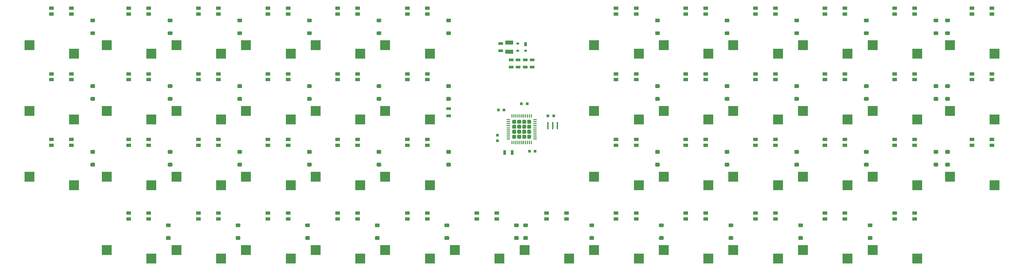
<source format=gbr>
%TF.GenerationSoftware,KiCad,Pcbnew,(5.1.10)-1*%
%TF.CreationDate,2022-05-07T17:57:56+07:00*%
%TF.ProjectId,Onsen48,4f6e7365-6e34-4382-9e6b-696361645f70,rev?*%
%TF.SameCoordinates,Original*%
%TF.FileFunction,Paste,Bot*%
%TF.FilePolarity,Positive*%
%FSLAX46Y46*%
G04 Gerber Fmt 4.6, Leading zero omitted, Abs format (unit mm)*
G04 Created by KiCad (PCBNEW (5.1.10)-1) date 2022-05-07 17:57:56*
%MOMM*%
%LPD*%
G01*
G04 APERTURE LIST*
%ADD10R,1.300000X0.700000*%
%ADD11R,0.400000X1.900000*%
%ADD12R,0.700000X1.000000*%
%ADD13R,0.700000X0.600000*%
%ADD14R,0.700000X1.300000*%
%ADD15R,2.030000X1.140000*%
%ADD16R,0.800000X0.750000*%
%ADD17R,0.750000X0.800000*%
%ADD18R,1.190000X0.900000*%
%ADD19R,2.600000X2.600000*%
G04 APERTURE END LIST*
D10*
%TO.C,R7*%
X130100000Y-69050000D03*
X130100000Y-67150000D03*
%TD*%
D11*
%TO.C,Y1*%
X155800000Y-71600000D03*
X157000000Y-71600000D03*
X158200000Y-71600000D03*
%TD*%
%TO.C,U2*%
G36*
G01*
X150665000Y-73915000D02*
X151205000Y-73915000D01*
G75*
G02*
X151455000Y-74165000I0J-250000D01*
G01*
X151455000Y-74705000D01*
G75*
G02*
X151205000Y-74955000I-250000J0D01*
G01*
X150665000Y-74955000D01*
G75*
G02*
X150415000Y-74705000I0J250000D01*
G01*
X150415000Y-74165000D01*
G75*
G02*
X150665000Y-73915000I250000J0D01*
G01*
G37*
G36*
G01*
X149375000Y-73915000D02*
X149915000Y-73915000D01*
G75*
G02*
X150165000Y-74165000I0J-250000D01*
G01*
X150165000Y-74705000D01*
G75*
G02*
X149915000Y-74955000I-250000J0D01*
G01*
X149375000Y-74955000D01*
G75*
G02*
X149125000Y-74705000I0J250000D01*
G01*
X149125000Y-74165000D01*
G75*
G02*
X149375000Y-73915000I250000J0D01*
G01*
G37*
G36*
G01*
X148085000Y-73915000D02*
X148625000Y-73915000D01*
G75*
G02*
X148875000Y-74165000I0J-250000D01*
G01*
X148875000Y-74705000D01*
G75*
G02*
X148625000Y-74955000I-250000J0D01*
G01*
X148085000Y-74955000D01*
G75*
G02*
X147835000Y-74705000I0J250000D01*
G01*
X147835000Y-74165000D01*
G75*
G02*
X148085000Y-73915000I250000J0D01*
G01*
G37*
G36*
G01*
X146795000Y-73915000D02*
X147335000Y-73915000D01*
G75*
G02*
X147585000Y-74165000I0J-250000D01*
G01*
X147585000Y-74705000D01*
G75*
G02*
X147335000Y-74955000I-250000J0D01*
G01*
X146795000Y-74955000D01*
G75*
G02*
X146545000Y-74705000I0J250000D01*
G01*
X146545000Y-74165000D01*
G75*
G02*
X146795000Y-73915000I250000J0D01*
G01*
G37*
G36*
G01*
X150665000Y-72625000D02*
X151205000Y-72625000D01*
G75*
G02*
X151455000Y-72875000I0J-250000D01*
G01*
X151455000Y-73415000D01*
G75*
G02*
X151205000Y-73665000I-250000J0D01*
G01*
X150665000Y-73665000D01*
G75*
G02*
X150415000Y-73415000I0J250000D01*
G01*
X150415000Y-72875000D01*
G75*
G02*
X150665000Y-72625000I250000J0D01*
G01*
G37*
G36*
G01*
X149375000Y-72625000D02*
X149915000Y-72625000D01*
G75*
G02*
X150165000Y-72875000I0J-250000D01*
G01*
X150165000Y-73415000D01*
G75*
G02*
X149915000Y-73665000I-250000J0D01*
G01*
X149375000Y-73665000D01*
G75*
G02*
X149125000Y-73415000I0J250000D01*
G01*
X149125000Y-72875000D01*
G75*
G02*
X149375000Y-72625000I250000J0D01*
G01*
G37*
G36*
G01*
X148085000Y-72625000D02*
X148625000Y-72625000D01*
G75*
G02*
X148875000Y-72875000I0J-250000D01*
G01*
X148875000Y-73415000D01*
G75*
G02*
X148625000Y-73665000I-250000J0D01*
G01*
X148085000Y-73665000D01*
G75*
G02*
X147835000Y-73415000I0J250000D01*
G01*
X147835000Y-72875000D01*
G75*
G02*
X148085000Y-72625000I250000J0D01*
G01*
G37*
G36*
G01*
X146795000Y-72625000D02*
X147335000Y-72625000D01*
G75*
G02*
X147585000Y-72875000I0J-250000D01*
G01*
X147585000Y-73415000D01*
G75*
G02*
X147335000Y-73665000I-250000J0D01*
G01*
X146795000Y-73665000D01*
G75*
G02*
X146545000Y-73415000I0J250000D01*
G01*
X146545000Y-72875000D01*
G75*
G02*
X146795000Y-72625000I250000J0D01*
G01*
G37*
G36*
G01*
X150665000Y-71335000D02*
X151205000Y-71335000D01*
G75*
G02*
X151455000Y-71585000I0J-250000D01*
G01*
X151455000Y-72125000D01*
G75*
G02*
X151205000Y-72375000I-250000J0D01*
G01*
X150665000Y-72375000D01*
G75*
G02*
X150415000Y-72125000I0J250000D01*
G01*
X150415000Y-71585000D01*
G75*
G02*
X150665000Y-71335000I250000J0D01*
G01*
G37*
G36*
G01*
X149375000Y-71335000D02*
X149915000Y-71335000D01*
G75*
G02*
X150165000Y-71585000I0J-250000D01*
G01*
X150165000Y-72125000D01*
G75*
G02*
X149915000Y-72375000I-250000J0D01*
G01*
X149375000Y-72375000D01*
G75*
G02*
X149125000Y-72125000I0J250000D01*
G01*
X149125000Y-71585000D01*
G75*
G02*
X149375000Y-71335000I250000J0D01*
G01*
G37*
G36*
G01*
X148085000Y-71335000D02*
X148625000Y-71335000D01*
G75*
G02*
X148875000Y-71585000I0J-250000D01*
G01*
X148875000Y-72125000D01*
G75*
G02*
X148625000Y-72375000I-250000J0D01*
G01*
X148085000Y-72375000D01*
G75*
G02*
X147835000Y-72125000I0J250000D01*
G01*
X147835000Y-71585000D01*
G75*
G02*
X148085000Y-71335000I250000J0D01*
G01*
G37*
G36*
G01*
X146795000Y-71335000D02*
X147335000Y-71335000D01*
G75*
G02*
X147585000Y-71585000I0J-250000D01*
G01*
X147585000Y-72125000D01*
G75*
G02*
X147335000Y-72375000I-250000J0D01*
G01*
X146795000Y-72375000D01*
G75*
G02*
X146545000Y-72125000I0J250000D01*
G01*
X146545000Y-71585000D01*
G75*
G02*
X146795000Y-71335000I250000J0D01*
G01*
G37*
G36*
G01*
X150665000Y-70045000D02*
X151205000Y-70045000D01*
G75*
G02*
X151455000Y-70295000I0J-250000D01*
G01*
X151455000Y-70835000D01*
G75*
G02*
X151205000Y-71085000I-250000J0D01*
G01*
X150665000Y-71085000D01*
G75*
G02*
X150415000Y-70835000I0J250000D01*
G01*
X150415000Y-70295000D01*
G75*
G02*
X150665000Y-70045000I250000J0D01*
G01*
G37*
G36*
G01*
X149375000Y-70045000D02*
X149915000Y-70045000D01*
G75*
G02*
X150165000Y-70295000I0J-250000D01*
G01*
X150165000Y-70835000D01*
G75*
G02*
X149915000Y-71085000I-250000J0D01*
G01*
X149375000Y-71085000D01*
G75*
G02*
X149125000Y-70835000I0J250000D01*
G01*
X149125000Y-70295000D01*
G75*
G02*
X149375000Y-70045000I250000J0D01*
G01*
G37*
G36*
G01*
X148085000Y-70045000D02*
X148625000Y-70045000D01*
G75*
G02*
X148875000Y-70295000I0J-250000D01*
G01*
X148875000Y-70835000D01*
G75*
G02*
X148625000Y-71085000I-250000J0D01*
G01*
X148085000Y-71085000D01*
G75*
G02*
X147835000Y-70835000I0J250000D01*
G01*
X147835000Y-70295000D01*
G75*
G02*
X148085000Y-70045000I250000J0D01*
G01*
G37*
G36*
G01*
X146795000Y-70045000D02*
X147335000Y-70045000D01*
G75*
G02*
X147585000Y-70295000I0J-250000D01*
G01*
X147585000Y-70835000D01*
G75*
G02*
X147335000Y-71085000I-250000J0D01*
G01*
X146795000Y-71085000D01*
G75*
G02*
X146545000Y-70835000I0J250000D01*
G01*
X146545000Y-70295000D01*
G75*
G02*
X146795000Y-70045000I250000J0D01*
G01*
G37*
G36*
G01*
X145187500Y-69875000D02*
X145937500Y-69875000D01*
G75*
G02*
X146000000Y-69937500I0J-62500D01*
G01*
X146000000Y-70062500D01*
G75*
G02*
X145937500Y-70125000I-62500J0D01*
G01*
X145187500Y-70125000D01*
G75*
G02*
X145125000Y-70062500I0J62500D01*
G01*
X145125000Y-69937500D01*
G75*
G02*
X145187500Y-69875000I62500J0D01*
G01*
G37*
G36*
G01*
X145187500Y-70375000D02*
X145937500Y-70375000D01*
G75*
G02*
X146000000Y-70437500I0J-62500D01*
G01*
X146000000Y-70562500D01*
G75*
G02*
X145937500Y-70625000I-62500J0D01*
G01*
X145187500Y-70625000D01*
G75*
G02*
X145125000Y-70562500I0J62500D01*
G01*
X145125000Y-70437500D01*
G75*
G02*
X145187500Y-70375000I62500J0D01*
G01*
G37*
G36*
G01*
X145187500Y-70875000D02*
X145937500Y-70875000D01*
G75*
G02*
X146000000Y-70937500I0J-62500D01*
G01*
X146000000Y-71062500D01*
G75*
G02*
X145937500Y-71125000I-62500J0D01*
G01*
X145187500Y-71125000D01*
G75*
G02*
X145125000Y-71062500I0J62500D01*
G01*
X145125000Y-70937500D01*
G75*
G02*
X145187500Y-70875000I62500J0D01*
G01*
G37*
G36*
G01*
X145187500Y-71375000D02*
X145937500Y-71375000D01*
G75*
G02*
X146000000Y-71437500I0J-62500D01*
G01*
X146000000Y-71562500D01*
G75*
G02*
X145937500Y-71625000I-62500J0D01*
G01*
X145187500Y-71625000D01*
G75*
G02*
X145125000Y-71562500I0J62500D01*
G01*
X145125000Y-71437500D01*
G75*
G02*
X145187500Y-71375000I62500J0D01*
G01*
G37*
G36*
G01*
X145187500Y-71875000D02*
X145937500Y-71875000D01*
G75*
G02*
X146000000Y-71937500I0J-62500D01*
G01*
X146000000Y-72062500D01*
G75*
G02*
X145937500Y-72125000I-62500J0D01*
G01*
X145187500Y-72125000D01*
G75*
G02*
X145125000Y-72062500I0J62500D01*
G01*
X145125000Y-71937500D01*
G75*
G02*
X145187500Y-71875000I62500J0D01*
G01*
G37*
G36*
G01*
X145187500Y-72375000D02*
X145937500Y-72375000D01*
G75*
G02*
X146000000Y-72437500I0J-62500D01*
G01*
X146000000Y-72562500D01*
G75*
G02*
X145937500Y-72625000I-62500J0D01*
G01*
X145187500Y-72625000D01*
G75*
G02*
X145125000Y-72562500I0J62500D01*
G01*
X145125000Y-72437500D01*
G75*
G02*
X145187500Y-72375000I62500J0D01*
G01*
G37*
G36*
G01*
X145187500Y-72875000D02*
X145937500Y-72875000D01*
G75*
G02*
X146000000Y-72937500I0J-62500D01*
G01*
X146000000Y-73062500D01*
G75*
G02*
X145937500Y-73125000I-62500J0D01*
G01*
X145187500Y-73125000D01*
G75*
G02*
X145125000Y-73062500I0J62500D01*
G01*
X145125000Y-72937500D01*
G75*
G02*
X145187500Y-72875000I62500J0D01*
G01*
G37*
G36*
G01*
X145187500Y-73375000D02*
X145937500Y-73375000D01*
G75*
G02*
X146000000Y-73437500I0J-62500D01*
G01*
X146000000Y-73562500D01*
G75*
G02*
X145937500Y-73625000I-62500J0D01*
G01*
X145187500Y-73625000D01*
G75*
G02*
X145125000Y-73562500I0J62500D01*
G01*
X145125000Y-73437500D01*
G75*
G02*
X145187500Y-73375000I62500J0D01*
G01*
G37*
G36*
G01*
X145187500Y-73875000D02*
X145937500Y-73875000D01*
G75*
G02*
X146000000Y-73937500I0J-62500D01*
G01*
X146000000Y-74062500D01*
G75*
G02*
X145937500Y-74125000I-62500J0D01*
G01*
X145187500Y-74125000D01*
G75*
G02*
X145125000Y-74062500I0J62500D01*
G01*
X145125000Y-73937500D01*
G75*
G02*
X145187500Y-73875000I62500J0D01*
G01*
G37*
G36*
G01*
X145187500Y-74375000D02*
X145937500Y-74375000D01*
G75*
G02*
X146000000Y-74437500I0J-62500D01*
G01*
X146000000Y-74562500D01*
G75*
G02*
X145937500Y-74625000I-62500J0D01*
G01*
X145187500Y-74625000D01*
G75*
G02*
X145125000Y-74562500I0J62500D01*
G01*
X145125000Y-74437500D01*
G75*
G02*
X145187500Y-74375000I62500J0D01*
G01*
G37*
G36*
G01*
X145187500Y-74875000D02*
X145937500Y-74875000D01*
G75*
G02*
X146000000Y-74937500I0J-62500D01*
G01*
X146000000Y-75062500D01*
G75*
G02*
X145937500Y-75125000I-62500J0D01*
G01*
X145187500Y-75125000D01*
G75*
G02*
X145125000Y-75062500I0J62500D01*
G01*
X145125000Y-74937500D01*
G75*
G02*
X145187500Y-74875000I62500J0D01*
G01*
G37*
G36*
G01*
X146437500Y-75500000D02*
X146562500Y-75500000D01*
G75*
G02*
X146625000Y-75562500I0J-62500D01*
G01*
X146625000Y-76312500D01*
G75*
G02*
X146562500Y-76375000I-62500J0D01*
G01*
X146437500Y-76375000D01*
G75*
G02*
X146375000Y-76312500I0J62500D01*
G01*
X146375000Y-75562500D01*
G75*
G02*
X146437500Y-75500000I62500J0D01*
G01*
G37*
G36*
G01*
X146937500Y-75500000D02*
X147062500Y-75500000D01*
G75*
G02*
X147125000Y-75562500I0J-62500D01*
G01*
X147125000Y-76312500D01*
G75*
G02*
X147062500Y-76375000I-62500J0D01*
G01*
X146937500Y-76375000D01*
G75*
G02*
X146875000Y-76312500I0J62500D01*
G01*
X146875000Y-75562500D01*
G75*
G02*
X146937500Y-75500000I62500J0D01*
G01*
G37*
G36*
G01*
X147437500Y-75500000D02*
X147562500Y-75500000D01*
G75*
G02*
X147625000Y-75562500I0J-62500D01*
G01*
X147625000Y-76312500D01*
G75*
G02*
X147562500Y-76375000I-62500J0D01*
G01*
X147437500Y-76375000D01*
G75*
G02*
X147375000Y-76312500I0J62500D01*
G01*
X147375000Y-75562500D01*
G75*
G02*
X147437500Y-75500000I62500J0D01*
G01*
G37*
G36*
G01*
X147937500Y-75500000D02*
X148062500Y-75500000D01*
G75*
G02*
X148125000Y-75562500I0J-62500D01*
G01*
X148125000Y-76312500D01*
G75*
G02*
X148062500Y-76375000I-62500J0D01*
G01*
X147937500Y-76375000D01*
G75*
G02*
X147875000Y-76312500I0J62500D01*
G01*
X147875000Y-75562500D01*
G75*
G02*
X147937500Y-75500000I62500J0D01*
G01*
G37*
G36*
G01*
X148437500Y-75500000D02*
X148562500Y-75500000D01*
G75*
G02*
X148625000Y-75562500I0J-62500D01*
G01*
X148625000Y-76312500D01*
G75*
G02*
X148562500Y-76375000I-62500J0D01*
G01*
X148437500Y-76375000D01*
G75*
G02*
X148375000Y-76312500I0J62500D01*
G01*
X148375000Y-75562500D01*
G75*
G02*
X148437500Y-75500000I62500J0D01*
G01*
G37*
G36*
G01*
X148937500Y-75500000D02*
X149062500Y-75500000D01*
G75*
G02*
X149125000Y-75562500I0J-62500D01*
G01*
X149125000Y-76312500D01*
G75*
G02*
X149062500Y-76375000I-62500J0D01*
G01*
X148937500Y-76375000D01*
G75*
G02*
X148875000Y-76312500I0J62500D01*
G01*
X148875000Y-75562500D01*
G75*
G02*
X148937500Y-75500000I62500J0D01*
G01*
G37*
G36*
G01*
X149437500Y-75500000D02*
X149562500Y-75500000D01*
G75*
G02*
X149625000Y-75562500I0J-62500D01*
G01*
X149625000Y-76312500D01*
G75*
G02*
X149562500Y-76375000I-62500J0D01*
G01*
X149437500Y-76375000D01*
G75*
G02*
X149375000Y-76312500I0J62500D01*
G01*
X149375000Y-75562500D01*
G75*
G02*
X149437500Y-75500000I62500J0D01*
G01*
G37*
G36*
G01*
X149937500Y-75500000D02*
X150062500Y-75500000D01*
G75*
G02*
X150125000Y-75562500I0J-62500D01*
G01*
X150125000Y-76312500D01*
G75*
G02*
X150062500Y-76375000I-62500J0D01*
G01*
X149937500Y-76375000D01*
G75*
G02*
X149875000Y-76312500I0J62500D01*
G01*
X149875000Y-75562500D01*
G75*
G02*
X149937500Y-75500000I62500J0D01*
G01*
G37*
G36*
G01*
X150437500Y-75500000D02*
X150562500Y-75500000D01*
G75*
G02*
X150625000Y-75562500I0J-62500D01*
G01*
X150625000Y-76312500D01*
G75*
G02*
X150562500Y-76375000I-62500J0D01*
G01*
X150437500Y-76375000D01*
G75*
G02*
X150375000Y-76312500I0J62500D01*
G01*
X150375000Y-75562500D01*
G75*
G02*
X150437500Y-75500000I62500J0D01*
G01*
G37*
G36*
G01*
X150937500Y-75500000D02*
X151062500Y-75500000D01*
G75*
G02*
X151125000Y-75562500I0J-62500D01*
G01*
X151125000Y-76312500D01*
G75*
G02*
X151062500Y-76375000I-62500J0D01*
G01*
X150937500Y-76375000D01*
G75*
G02*
X150875000Y-76312500I0J62500D01*
G01*
X150875000Y-75562500D01*
G75*
G02*
X150937500Y-75500000I62500J0D01*
G01*
G37*
G36*
G01*
X151437500Y-75500000D02*
X151562500Y-75500000D01*
G75*
G02*
X151625000Y-75562500I0J-62500D01*
G01*
X151625000Y-76312500D01*
G75*
G02*
X151562500Y-76375000I-62500J0D01*
G01*
X151437500Y-76375000D01*
G75*
G02*
X151375000Y-76312500I0J62500D01*
G01*
X151375000Y-75562500D01*
G75*
G02*
X151437500Y-75500000I62500J0D01*
G01*
G37*
G36*
G01*
X152062500Y-74875000D02*
X152812500Y-74875000D01*
G75*
G02*
X152875000Y-74937500I0J-62500D01*
G01*
X152875000Y-75062500D01*
G75*
G02*
X152812500Y-75125000I-62500J0D01*
G01*
X152062500Y-75125000D01*
G75*
G02*
X152000000Y-75062500I0J62500D01*
G01*
X152000000Y-74937500D01*
G75*
G02*
X152062500Y-74875000I62500J0D01*
G01*
G37*
G36*
G01*
X152062500Y-74375000D02*
X152812500Y-74375000D01*
G75*
G02*
X152875000Y-74437500I0J-62500D01*
G01*
X152875000Y-74562500D01*
G75*
G02*
X152812500Y-74625000I-62500J0D01*
G01*
X152062500Y-74625000D01*
G75*
G02*
X152000000Y-74562500I0J62500D01*
G01*
X152000000Y-74437500D01*
G75*
G02*
X152062500Y-74375000I62500J0D01*
G01*
G37*
G36*
G01*
X152062500Y-73875000D02*
X152812500Y-73875000D01*
G75*
G02*
X152875000Y-73937500I0J-62500D01*
G01*
X152875000Y-74062500D01*
G75*
G02*
X152812500Y-74125000I-62500J0D01*
G01*
X152062500Y-74125000D01*
G75*
G02*
X152000000Y-74062500I0J62500D01*
G01*
X152000000Y-73937500D01*
G75*
G02*
X152062500Y-73875000I62500J0D01*
G01*
G37*
G36*
G01*
X152062500Y-73375000D02*
X152812500Y-73375000D01*
G75*
G02*
X152875000Y-73437500I0J-62500D01*
G01*
X152875000Y-73562500D01*
G75*
G02*
X152812500Y-73625000I-62500J0D01*
G01*
X152062500Y-73625000D01*
G75*
G02*
X152000000Y-73562500I0J62500D01*
G01*
X152000000Y-73437500D01*
G75*
G02*
X152062500Y-73375000I62500J0D01*
G01*
G37*
G36*
G01*
X152062500Y-72875000D02*
X152812500Y-72875000D01*
G75*
G02*
X152875000Y-72937500I0J-62500D01*
G01*
X152875000Y-73062500D01*
G75*
G02*
X152812500Y-73125000I-62500J0D01*
G01*
X152062500Y-73125000D01*
G75*
G02*
X152000000Y-73062500I0J62500D01*
G01*
X152000000Y-72937500D01*
G75*
G02*
X152062500Y-72875000I62500J0D01*
G01*
G37*
G36*
G01*
X152062500Y-72375000D02*
X152812500Y-72375000D01*
G75*
G02*
X152875000Y-72437500I0J-62500D01*
G01*
X152875000Y-72562500D01*
G75*
G02*
X152812500Y-72625000I-62500J0D01*
G01*
X152062500Y-72625000D01*
G75*
G02*
X152000000Y-72562500I0J62500D01*
G01*
X152000000Y-72437500D01*
G75*
G02*
X152062500Y-72375000I62500J0D01*
G01*
G37*
G36*
G01*
X152062500Y-71875000D02*
X152812500Y-71875000D01*
G75*
G02*
X152875000Y-71937500I0J-62500D01*
G01*
X152875000Y-72062500D01*
G75*
G02*
X152812500Y-72125000I-62500J0D01*
G01*
X152062500Y-72125000D01*
G75*
G02*
X152000000Y-72062500I0J62500D01*
G01*
X152000000Y-71937500D01*
G75*
G02*
X152062500Y-71875000I62500J0D01*
G01*
G37*
G36*
G01*
X152062500Y-71375000D02*
X152812500Y-71375000D01*
G75*
G02*
X152875000Y-71437500I0J-62500D01*
G01*
X152875000Y-71562500D01*
G75*
G02*
X152812500Y-71625000I-62500J0D01*
G01*
X152062500Y-71625000D01*
G75*
G02*
X152000000Y-71562500I0J62500D01*
G01*
X152000000Y-71437500D01*
G75*
G02*
X152062500Y-71375000I62500J0D01*
G01*
G37*
G36*
G01*
X152062500Y-70875000D02*
X152812500Y-70875000D01*
G75*
G02*
X152875000Y-70937500I0J-62500D01*
G01*
X152875000Y-71062500D01*
G75*
G02*
X152812500Y-71125000I-62500J0D01*
G01*
X152062500Y-71125000D01*
G75*
G02*
X152000000Y-71062500I0J62500D01*
G01*
X152000000Y-70937500D01*
G75*
G02*
X152062500Y-70875000I62500J0D01*
G01*
G37*
G36*
G01*
X152062500Y-70375000D02*
X152812500Y-70375000D01*
G75*
G02*
X152875000Y-70437500I0J-62500D01*
G01*
X152875000Y-70562500D01*
G75*
G02*
X152812500Y-70625000I-62500J0D01*
G01*
X152062500Y-70625000D01*
G75*
G02*
X152000000Y-70562500I0J62500D01*
G01*
X152000000Y-70437500D01*
G75*
G02*
X152062500Y-70375000I62500J0D01*
G01*
G37*
G36*
G01*
X152062500Y-69875000D02*
X152812500Y-69875000D01*
G75*
G02*
X152875000Y-69937500I0J-62500D01*
G01*
X152875000Y-70062500D01*
G75*
G02*
X152812500Y-70125000I-62500J0D01*
G01*
X152062500Y-70125000D01*
G75*
G02*
X152000000Y-70062500I0J62500D01*
G01*
X152000000Y-69937500D01*
G75*
G02*
X152062500Y-69875000I62500J0D01*
G01*
G37*
G36*
G01*
X151437500Y-68625000D02*
X151562500Y-68625000D01*
G75*
G02*
X151625000Y-68687500I0J-62500D01*
G01*
X151625000Y-69437500D01*
G75*
G02*
X151562500Y-69500000I-62500J0D01*
G01*
X151437500Y-69500000D01*
G75*
G02*
X151375000Y-69437500I0J62500D01*
G01*
X151375000Y-68687500D01*
G75*
G02*
X151437500Y-68625000I62500J0D01*
G01*
G37*
G36*
G01*
X150937500Y-68625000D02*
X151062500Y-68625000D01*
G75*
G02*
X151125000Y-68687500I0J-62500D01*
G01*
X151125000Y-69437500D01*
G75*
G02*
X151062500Y-69500000I-62500J0D01*
G01*
X150937500Y-69500000D01*
G75*
G02*
X150875000Y-69437500I0J62500D01*
G01*
X150875000Y-68687500D01*
G75*
G02*
X150937500Y-68625000I62500J0D01*
G01*
G37*
G36*
G01*
X150437500Y-68625000D02*
X150562500Y-68625000D01*
G75*
G02*
X150625000Y-68687500I0J-62500D01*
G01*
X150625000Y-69437500D01*
G75*
G02*
X150562500Y-69500000I-62500J0D01*
G01*
X150437500Y-69500000D01*
G75*
G02*
X150375000Y-69437500I0J62500D01*
G01*
X150375000Y-68687500D01*
G75*
G02*
X150437500Y-68625000I62500J0D01*
G01*
G37*
G36*
G01*
X149937500Y-68625000D02*
X150062500Y-68625000D01*
G75*
G02*
X150125000Y-68687500I0J-62500D01*
G01*
X150125000Y-69437500D01*
G75*
G02*
X150062500Y-69500000I-62500J0D01*
G01*
X149937500Y-69500000D01*
G75*
G02*
X149875000Y-69437500I0J62500D01*
G01*
X149875000Y-68687500D01*
G75*
G02*
X149937500Y-68625000I62500J0D01*
G01*
G37*
G36*
G01*
X149437500Y-68625000D02*
X149562500Y-68625000D01*
G75*
G02*
X149625000Y-68687500I0J-62500D01*
G01*
X149625000Y-69437500D01*
G75*
G02*
X149562500Y-69500000I-62500J0D01*
G01*
X149437500Y-69500000D01*
G75*
G02*
X149375000Y-69437500I0J62500D01*
G01*
X149375000Y-68687500D01*
G75*
G02*
X149437500Y-68625000I62500J0D01*
G01*
G37*
G36*
G01*
X148937500Y-68625000D02*
X149062500Y-68625000D01*
G75*
G02*
X149125000Y-68687500I0J-62500D01*
G01*
X149125000Y-69437500D01*
G75*
G02*
X149062500Y-69500000I-62500J0D01*
G01*
X148937500Y-69500000D01*
G75*
G02*
X148875000Y-69437500I0J62500D01*
G01*
X148875000Y-68687500D01*
G75*
G02*
X148937500Y-68625000I62500J0D01*
G01*
G37*
G36*
G01*
X148437500Y-68625000D02*
X148562500Y-68625000D01*
G75*
G02*
X148625000Y-68687500I0J-62500D01*
G01*
X148625000Y-69437500D01*
G75*
G02*
X148562500Y-69500000I-62500J0D01*
G01*
X148437500Y-69500000D01*
G75*
G02*
X148375000Y-69437500I0J62500D01*
G01*
X148375000Y-68687500D01*
G75*
G02*
X148437500Y-68625000I62500J0D01*
G01*
G37*
G36*
G01*
X147937500Y-68625000D02*
X148062500Y-68625000D01*
G75*
G02*
X148125000Y-68687500I0J-62500D01*
G01*
X148125000Y-69437500D01*
G75*
G02*
X148062500Y-69500000I-62500J0D01*
G01*
X147937500Y-69500000D01*
G75*
G02*
X147875000Y-69437500I0J62500D01*
G01*
X147875000Y-68687500D01*
G75*
G02*
X147937500Y-68625000I62500J0D01*
G01*
G37*
G36*
G01*
X147437500Y-68625000D02*
X147562500Y-68625000D01*
G75*
G02*
X147625000Y-68687500I0J-62500D01*
G01*
X147625000Y-69437500D01*
G75*
G02*
X147562500Y-69500000I-62500J0D01*
G01*
X147437500Y-69500000D01*
G75*
G02*
X147375000Y-69437500I0J62500D01*
G01*
X147375000Y-68687500D01*
G75*
G02*
X147437500Y-68625000I62500J0D01*
G01*
G37*
G36*
G01*
X146937500Y-68625000D02*
X147062500Y-68625000D01*
G75*
G02*
X147125000Y-68687500I0J-62500D01*
G01*
X147125000Y-69437500D01*
G75*
G02*
X147062500Y-69500000I-62500J0D01*
G01*
X146937500Y-69500000D01*
G75*
G02*
X146875000Y-69437500I0J62500D01*
G01*
X146875000Y-68687500D01*
G75*
G02*
X146937500Y-68625000I62500J0D01*
G01*
G37*
G36*
G01*
X146437500Y-68625000D02*
X146562500Y-68625000D01*
G75*
G02*
X146625000Y-68687500I0J-62500D01*
G01*
X146625000Y-69437500D01*
G75*
G02*
X146562500Y-69500000I-62500J0D01*
G01*
X146437500Y-69500000D01*
G75*
G02*
X146375000Y-69437500I0J62500D01*
G01*
X146375000Y-68687500D01*
G75*
G02*
X146437500Y-68625000I62500J0D01*
G01*
G37*
%TD*%
D12*
%TO.C,U1*%
X150000000Y-50500000D03*
D13*
X148000000Y-50300000D03*
X150000000Y-52200000D03*
X148000000Y-52200000D03*
%TD*%
D14*
%TO.C,R6*%
X146500000Y-78550000D03*
X144600000Y-78550000D03*
%TD*%
D10*
%TO.C,R5*%
X143600000Y-50300000D03*
X143600000Y-52200000D03*
%TD*%
%TO.C,R4*%
X148100000Y-54550000D03*
X148100000Y-56450000D03*
%TD*%
%TO.C,R3*%
X149900000Y-54550000D03*
X149900000Y-56450000D03*
%TD*%
%TO.C,R2*%
X151700000Y-54550000D03*
X151700000Y-56450000D03*
%TD*%
%TO.C,R1*%
X146300000Y-54550000D03*
X146300000Y-56450000D03*
%TD*%
D15*
%TO.C,F1*%
X145810000Y-50050000D03*
X145810000Y-52450000D03*
%TD*%
D16*
%TO.C,C7*%
X155800000Y-69050000D03*
X157300000Y-69050000D03*
%TD*%
%TO.C,C6*%
X148950000Y-65900000D03*
X150450000Y-65900000D03*
%TD*%
D17*
%TO.C,C5*%
X142700000Y-75500000D03*
X142700000Y-74000000D03*
%TD*%
D16*
%TO.C,C4*%
X151000000Y-78200000D03*
X152500000Y-78200000D03*
%TD*%
%TO.C,C1*%
X144450000Y-67500000D03*
X142950000Y-67500000D03*
%TD*%
%TO.C,D27*%
G36*
G01*
X129750000Y-43850000D02*
X130450000Y-43850000D01*
G75*
G02*
X130700000Y-44100000I0J-250000D01*
G01*
X130700000Y-44600000D01*
G75*
G02*
X130450000Y-44850000I-250000J0D01*
G01*
X129750000Y-44850000D01*
G75*
G02*
X129500000Y-44600000I0J250000D01*
G01*
X129500000Y-44100000D01*
G75*
G02*
X129750000Y-43850000I250000J0D01*
G01*
G37*
G36*
G01*
X129750000Y-47150000D02*
X130450000Y-47150000D01*
G75*
G02*
X130700000Y-47400000I0J-250000D01*
G01*
X130700000Y-47900000D01*
G75*
G02*
X130450000Y-48150000I-250000J0D01*
G01*
X129750000Y-48150000D01*
G75*
G02*
X129500000Y-47900000I0J250000D01*
G01*
X129500000Y-47400000D01*
G75*
G02*
X129750000Y-47150000I250000J0D01*
G01*
G37*
%TD*%
D18*
%TO.C,RGB48*%
X270595000Y-41170000D03*
X265405000Y-42670000D03*
X265405000Y-41170000D03*
X270595000Y-42670000D03*
%TD*%
%TO.C,RGB47*%
X250595000Y-41170000D03*
X245405000Y-42670000D03*
X245405000Y-41170000D03*
X250595000Y-42670000D03*
%TD*%
%TO.C,RGB46*%
X232595000Y-41170000D03*
X227405000Y-42670000D03*
X227405000Y-41170000D03*
X232595000Y-42670000D03*
%TD*%
%TO.C,RGB45*%
X214595000Y-41170000D03*
X209405000Y-42670000D03*
X209405000Y-41170000D03*
X214595000Y-42670000D03*
%TD*%
%TO.C,RGB44*%
X196595000Y-41170000D03*
X191405000Y-42670000D03*
X191405000Y-41170000D03*
X196595000Y-42670000D03*
%TD*%
%TO.C,RGB43*%
X178595000Y-41170000D03*
X173405000Y-42670000D03*
X173405000Y-41170000D03*
X178595000Y-42670000D03*
%TD*%
%TO.C,RGB42*%
X270595000Y-59670000D03*
X265405000Y-58170000D03*
X265405000Y-59670000D03*
X270595000Y-58170000D03*
%TD*%
%TO.C,RGB41*%
X250595000Y-59670000D03*
X245405000Y-58170000D03*
X245405000Y-59670000D03*
X250595000Y-58170000D03*
%TD*%
%TO.C,RGB40*%
X232595000Y-59670000D03*
X227405000Y-58170000D03*
X227405000Y-59670000D03*
X232595000Y-58170000D03*
%TD*%
%TO.C,RGB39*%
X214595000Y-59670000D03*
X209405000Y-58170000D03*
X209405000Y-59670000D03*
X214595000Y-58170000D03*
%TD*%
%TO.C,RGB38*%
X196595000Y-59670000D03*
X191405000Y-58170000D03*
X191405000Y-59670000D03*
X196595000Y-58170000D03*
%TD*%
%TO.C,RGB37*%
X178595000Y-59670000D03*
X173405000Y-58170000D03*
X173405000Y-59670000D03*
X178595000Y-58170000D03*
%TD*%
%TO.C,RGB30*%
X52595000Y-95670000D03*
X47405000Y-94170000D03*
X47405000Y-95670000D03*
X52595000Y-94170000D03*
%TD*%
%TO.C,RGB29*%
X70595000Y-95670000D03*
X65405000Y-94170000D03*
X65405000Y-95670000D03*
X70595000Y-94170000D03*
%TD*%
%TO.C,RGB28*%
X88595000Y-95670000D03*
X83405000Y-94170000D03*
X83405000Y-95670000D03*
X88595000Y-94170000D03*
%TD*%
%TO.C,RGB27*%
X106595000Y-95670000D03*
X101405000Y-94170000D03*
X101405000Y-95670000D03*
X106595000Y-94170000D03*
%TD*%
%TO.C,RGB26*%
X124595000Y-95670000D03*
X119405000Y-94170000D03*
X119405000Y-95670000D03*
X124595000Y-94170000D03*
%TD*%
%TO.C,RGB25*%
X142595000Y-95670000D03*
X137405000Y-94170000D03*
X137405000Y-95670000D03*
X142595000Y-94170000D03*
%TD*%
%TO.C,RGB24*%
X160595000Y-95670000D03*
X155405000Y-94170000D03*
X155405000Y-95670000D03*
X160595000Y-94170000D03*
%TD*%
%TO.C,RGB22*%
X178595000Y-95670000D03*
X173405000Y-94170000D03*
X173405000Y-95670000D03*
X178595000Y-94170000D03*
%TD*%
%TO.C,RGB20*%
X196595000Y-95670000D03*
X191405000Y-94170000D03*
X191405000Y-95670000D03*
X196595000Y-94170000D03*
%TD*%
%TO.C,RGB18*%
X214595000Y-95670000D03*
X209405000Y-94170000D03*
X209405000Y-95670000D03*
X214595000Y-94170000D03*
%TD*%
%TO.C,RGB16*%
X232595000Y-95670000D03*
X227405000Y-94170000D03*
X227405000Y-95670000D03*
X232595000Y-94170000D03*
%TD*%
%TO.C,RGB14*%
X250595000Y-95670000D03*
X245405000Y-94170000D03*
X245405000Y-95670000D03*
X250595000Y-94170000D03*
%TD*%
%TO.C,RGB36*%
X270595000Y-75170000D03*
X265405000Y-76670000D03*
X265405000Y-75170000D03*
X270595000Y-76670000D03*
%TD*%
%TO.C,RGB35*%
X250595000Y-75170000D03*
X245405000Y-76670000D03*
X245405000Y-75170000D03*
X250595000Y-76670000D03*
%TD*%
%TO.C,RGB34*%
X232595000Y-75170000D03*
X227405000Y-76670000D03*
X227405000Y-75170000D03*
X232595000Y-76670000D03*
%TD*%
%TO.C,RGB33*%
X214595000Y-75170000D03*
X209405000Y-76670000D03*
X209405000Y-75170000D03*
X214595000Y-76670000D03*
%TD*%
%TO.C,RGB32*%
X196595000Y-75170000D03*
X191405000Y-76670000D03*
X191405000Y-75170000D03*
X196595000Y-76670000D03*
%TD*%
%TO.C,RGB31*%
X178595000Y-75170000D03*
X173405000Y-76670000D03*
X173405000Y-75170000D03*
X178595000Y-76670000D03*
%TD*%
%TO.C,RGB23*%
X124595000Y-76670000D03*
X119405000Y-75170000D03*
X119405000Y-76670000D03*
X124595000Y-75170000D03*
%TD*%
%TO.C,RGB21*%
X106595000Y-76670000D03*
X101405000Y-75170000D03*
X101405000Y-76670000D03*
X106595000Y-75170000D03*
%TD*%
%TO.C,RGB19*%
X88595000Y-76670000D03*
X83405000Y-75170000D03*
X83405000Y-76670000D03*
X88595000Y-75170000D03*
%TD*%
%TO.C,RGB17*%
X70595000Y-76670000D03*
X65405000Y-75170000D03*
X65405000Y-76670000D03*
X70595000Y-75170000D03*
%TD*%
%TO.C,RGB15*%
X52595000Y-76670000D03*
X47405000Y-75170000D03*
X47405000Y-76670000D03*
X52595000Y-75170000D03*
%TD*%
%TO.C,RGB13*%
X32595000Y-76670000D03*
X27405000Y-75170000D03*
X27405000Y-76670000D03*
X32595000Y-75170000D03*
%TD*%
%TO.C,RGB12*%
X32595000Y-41170000D03*
X27405000Y-42670000D03*
X27405000Y-41170000D03*
X32595000Y-42670000D03*
%TD*%
%TO.C,RGB11*%
X52595000Y-41170000D03*
X47405000Y-42670000D03*
X47405000Y-41170000D03*
X52595000Y-42670000D03*
%TD*%
%TO.C,RGB10*%
X70595000Y-41170000D03*
X65405000Y-42670000D03*
X65405000Y-41170000D03*
X70595000Y-42670000D03*
%TD*%
%TO.C,RGB9*%
X88595000Y-41170000D03*
X83405000Y-42670000D03*
X83405000Y-41170000D03*
X88595000Y-42670000D03*
%TD*%
%TO.C,RGB8*%
X106595000Y-41170000D03*
X101405000Y-42670000D03*
X101405000Y-41170000D03*
X106595000Y-42670000D03*
%TD*%
%TO.C,RGB7*%
X124595000Y-41170000D03*
X119405000Y-42670000D03*
X119405000Y-41170000D03*
X124595000Y-42670000D03*
%TD*%
%TO.C,RGB6*%
X124595000Y-59670000D03*
X119405000Y-58170000D03*
X119405000Y-59670000D03*
X124595000Y-58170000D03*
%TD*%
%TO.C,RGB5*%
X106595000Y-59670000D03*
X101405000Y-58170000D03*
X101405000Y-59670000D03*
X106595000Y-58170000D03*
%TD*%
%TO.C,RGB4*%
X88595000Y-59670000D03*
X83405000Y-58170000D03*
X83405000Y-59670000D03*
X88595000Y-58170000D03*
%TD*%
%TO.C,RGB3*%
X70595000Y-59670000D03*
X65405000Y-58170000D03*
X65405000Y-59670000D03*
X70595000Y-58170000D03*
%TD*%
%TO.C,RGB2*%
X52595000Y-59670000D03*
X47405000Y-58170000D03*
X47405000Y-59670000D03*
X52595000Y-58170000D03*
%TD*%
%TO.C,RGB1*%
X32595000Y-59670000D03*
X27405000Y-58170000D03*
X27405000Y-59670000D03*
X32595000Y-58170000D03*
%TD*%
%TO.C,D60*%
G36*
G01*
X238750000Y-96850000D02*
X239450000Y-96850000D01*
G75*
G02*
X239700000Y-97100000I0J-250000D01*
G01*
X239700000Y-97600000D01*
G75*
G02*
X239450000Y-97850000I-250000J0D01*
G01*
X238750000Y-97850000D01*
G75*
G02*
X238500000Y-97600000I0J250000D01*
G01*
X238500000Y-97100000D01*
G75*
G02*
X238750000Y-96850000I250000J0D01*
G01*
G37*
G36*
G01*
X238750000Y-100150000D02*
X239450000Y-100150000D01*
G75*
G02*
X239700000Y-100400000I0J-250000D01*
G01*
X239700000Y-100900000D01*
G75*
G02*
X239450000Y-101150000I-250000J0D01*
G01*
X238750000Y-101150000D01*
G75*
G02*
X238500000Y-100900000I0J250000D01*
G01*
X238500000Y-100400000D01*
G75*
G02*
X238750000Y-100150000I250000J0D01*
G01*
G37*
%TD*%
%TO.C,D59*%
G36*
G01*
X258750000Y-77850000D02*
X259450000Y-77850000D01*
G75*
G02*
X259700000Y-78100000I0J-250000D01*
G01*
X259700000Y-78600000D01*
G75*
G02*
X259450000Y-78850000I-250000J0D01*
G01*
X258750000Y-78850000D01*
G75*
G02*
X258500000Y-78600000I0J250000D01*
G01*
X258500000Y-78100000D01*
G75*
G02*
X258750000Y-77850000I250000J0D01*
G01*
G37*
G36*
G01*
X258750000Y-81150000D02*
X259450000Y-81150000D01*
G75*
G02*
X259700000Y-81400000I0J-250000D01*
G01*
X259700000Y-81900000D01*
G75*
G02*
X259450000Y-82150000I-250000J0D01*
G01*
X258750000Y-82150000D01*
G75*
G02*
X258500000Y-81900000I0J250000D01*
G01*
X258500000Y-81400000D01*
G75*
G02*
X258750000Y-81150000I250000J0D01*
G01*
G37*
%TD*%
%TO.C,D58*%
G36*
G01*
X258750000Y-60850000D02*
X259450000Y-60850000D01*
G75*
G02*
X259700000Y-61100000I0J-250000D01*
G01*
X259700000Y-61600000D01*
G75*
G02*
X259450000Y-61850000I-250000J0D01*
G01*
X258750000Y-61850000D01*
G75*
G02*
X258500000Y-61600000I0J250000D01*
G01*
X258500000Y-61100000D01*
G75*
G02*
X258750000Y-60850000I250000J0D01*
G01*
G37*
G36*
G01*
X258750000Y-64150000D02*
X259450000Y-64150000D01*
G75*
G02*
X259700000Y-64400000I0J-250000D01*
G01*
X259700000Y-64900000D01*
G75*
G02*
X259450000Y-65150000I-250000J0D01*
G01*
X258750000Y-65150000D01*
G75*
G02*
X258500000Y-64900000I0J250000D01*
G01*
X258500000Y-64400000D01*
G75*
G02*
X258750000Y-64150000I250000J0D01*
G01*
G37*
%TD*%
%TO.C,D57*%
G36*
G01*
X258750000Y-43850000D02*
X259450000Y-43850000D01*
G75*
G02*
X259700000Y-44100000I0J-250000D01*
G01*
X259700000Y-44600000D01*
G75*
G02*
X259450000Y-44850000I-250000J0D01*
G01*
X258750000Y-44850000D01*
G75*
G02*
X258500000Y-44600000I0J250000D01*
G01*
X258500000Y-44100000D01*
G75*
G02*
X258750000Y-43850000I250000J0D01*
G01*
G37*
G36*
G01*
X258750000Y-47150000D02*
X259450000Y-47150000D01*
G75*
G02*
X259700000Y-47400000I0J-250000D01*
G01*
X259700000Y-47900000D01*
G75*
G02*
X259450000Y-48150000I-250000J0D01*
G01*
X258750000Y-48150000D01*
G75*
G02*
X258500000Y-47900000I0J250000D01*
G01*
X258500000Y-47400000D01*
G75*
G02*
X258750000Y-47150000I250000J0D01*
G01*
G37*
%TD*%
%TO.C,D55*%
G36*
G01*
X220750000Y-96850000D02*
X221450000Y-96850000D01*
G75*
G02*
X221700000Y-97100000I0J-250000D01*
G01*
X221700000Y-97600000D01*
G75*
G02*
X221450000Y-97850000I-250000J0D01*
G01*
X220750000Y-97850000D01*
G75*
G02*
X220500000Y-97600000I0J250000D01*
G01*
X220500000Y-97100000D01*
G75*
G02*
X220750000Y-96850000I250000J0D01*
G01*
G37*
G36*
G01*
X220750000Y-100150000D02*
X221450000Y-100150000D01*
G75*
G02*
X221700000Y-100400000I0J-250000D01*
G01*
X221700000Y-100900000D01*
G75*
G02*
X221450000Y-101150000I-250000J0D01*
G01*
X220750000Y-101150000D01*
G75*
G02*
X220500000Y-100900000I0J250000D01*
G01*
X220500000Y-100400000D01*
G75*
G02*
X220750000Y-100150000I250000J0D01*
G01*
G37*
%TD*%
%TO.C,D54*%
G36*
G01*
X255750000Y-77850000D02*
X256450000Y-77850000D01*
G75*
G02*
X256700000Y-78100000I0J-250000D01*
G01*
X256700000Y-78600000D01*
G75*
G02*
X256450000Y-78850000I-250000J0D01*
G01*
X255750000Y-78850000D01*
G75*
G02*
X255500000Y-78600000I0J250000D01*
G01*
X255500000Y-78100000D01*
G75*
G02*
X255750000Y-77850000I250000J0D01*
G01*
G37*
G36*
G01*
X255750000Y-81150000D02*
X256450000Y-81150000D01*
G75*
G02*
X256700000Y-81400000I0J-250000D01*
G01*
X256700000Y-81900000D01*
G75*
G02*
X256450000Y-82150000I-250000J0D01*
G01*
X255750000Y-82150000D01*
G75*
G02*
X255500000Y-81900000I0J250000D01*
G01*
X255500000Y-81400000D01*
G75*
G02*
X255750000Y-81150000I250000J0D01*
G01*
G37*
%TD*%
%TO.C,D53*%
G36*
G01*
X255750000Y-60850000D02*
X256450000Y-60850000D01*
G75*
G02*
X256700000Y-61100000I0J-250000D01*
G01*
X256700000Y-61600000D01*
G75*
G02*
X256450000Y-61850000I-250000J0D01*
G01*
X255750000Y-61850000D01*
G75*
G02*
X255500000Y-61600000I0J250000D01*
G01*
X255500000Y-61100000D01*
G75*
G02*
X255750000Y-60850000I250000J0D01*
G01*
G37*
G36*
G01*
X255750000Y-64150000D02*
X256450000Y-64150000D01*
G75*
G02*
X256700000Y-64400000I0J-250000D01*
G01*
X256700000Y-64900000D01*
G75*
G02*
X256450000Y-65150000I-250000J0D01*
G01*
X255750000Y-65150000D01*
G75*
G02*
X255500000Y-64900000I0J250000D01*
G01*
X255500000Y-64400000D01*
G75*
G02*
X255750000Y-64150000I250000J0D01*
G01*
G37*
%TD*%
%TO.C,D52*%
G36*
G01*
X255750000Y-43850000D02*
X256450000Y-43850000D01*
G75*
G02*
X256700000Y-44100000I0J-250000D01*
G01*
X256700000Y-44600000D01*
G75*
G02*
X256450000Y-44850000I-250000J0D01*
G01*
X255750000Y-44850000D01*
G75*
G02*
X255500000Y-44600000I0J250000D01*
G01*
X255500000Y-44100000D01*
G75*
G02*
X255750000Y-43850000I250000J0D01*
G01*
G37*
G36*
G01*
X255750000Y-47150000D02*
X256450000Y-47150000D01*
G75*
G02*
X256700000Y-47400000I0J-250000D01*
G01*
X256700000Y-47900000D01*
G75*
G02*
X256450000Y-48150000I-250000J0D01*
G01*
X255750000Y-48150000D01*
G75*
G02*
X255500000Y-47900000I0J250000D01*
G01*
X255500000Y-47400000D01*
G75*
G02*
X255750000Y-47150000I250000J0D01*
G01*
G37*
%TD*%
%TO.C,D50*%
G36*
G01*
X202750000Y-96850000D02*
X203450000Y-96850000D01*
G75*
G02*
X203700000Y-97100000I0J-250000D01*
G01*
X203700000Y-97600000D01*
G75*
G02*
X203450000Y-97850000I-250000J0D01*
G01*
X202750000Y-97850000D01*
G75*
G02*
X202500000Y-97600000I0J250000D01*
G01*
X202500000Y-97100000D01*
G75*
G02*
X202750000Y-96850000I250000J0D01*
G01*
G37*
G36*
G01*
X202750000Y-100150000D02*
X203450000Y-100150000D01*
G75*
G02*
X203700000Y-100400000I0J-250000D01*
G01*
X203700000Y-100900000D01*
G75*
G02*
X203450000Y-101150000I-250000J0D01*
G01*
X202750000Y-101150000D01*
G75*
G02*
X202500000Y-100900000I0J250000D01*
G01*
X202500000Y-100400000D01*
G75*
G02*
X202750000Y-100150000I250000J0D01*
G01*
G37*
%TD*%
%TO.C,D49*%
G36*
G01*
X237750000Y-77850000D02*
X238450000Y-77850000D01*
G75*
G02*
X238700000Y-78100000I0J-250000D01*
G01*
X238700000Y-78600000D01*
G75*
G02*
X238450000Y-78850000I-250000J0D01*
G01*
X237750000Y-78850000D01*
G75*
G02*
X237500000Y-78600000I0J250000D01*
G01*
X237500000Y-78100000D01*
G75*
G02*
X237750000Y-77850000I250000J0D01*
G01*
G37*
G36*
G01*
X237750000Y-81150000D02*
X238450000Y-81150000D01*
G75*
G02*
X238700000Y-81400000I0J-250000D01*
G01*
X238700000Y-81900000D01*
G75*
G02*
X238450000Y-82150000I-250000J0D01*
G01*
X237750000Y-82150000D01*
G75*
G02*
X237500000Y-81900000I0J250000D01*
G01*
X237500000Y-81400000D01*
G75*
G02*
X237750000Y-81150000I250000J0D01*
G01*
G37*
%TD*%
%TO.C,D48*%
G36*
G01*
X237750000Y-60850000D02*
X238450000Y-60850000D01*
G75*
G02*
X238700000Y-61100000I0J-250000D01*
G01*
X238700000Y-61600000D01*
G75*
G02*
X238450000Y-61850000I-250000J0D01*
G01*
X237750000Y-61850000D01*
G75*
G02*
X237500000Y-61600000I0J250000D01*
G01*
X237500000Y-61100000D01*
G75*
G02*
X237750000Y-60850000I250000J0D01*
G01*
G37*
G36*
G01*
X237750000Y-64150000D02*
X238450000Y-64150000D01*
G75*
G02*
X238700000Y-64400000I0J-250000D01*
G01*
X238700000Y-64900000D01*
G75*
G02*
X238450000Y-65150000I-250000J0D01*
G01*
X237750000Y-65150000D01*
G75*
G02*
X237500000Y-64900000I0J250000D01*
G01*
X237500000Y-64400000D01*
G75*
G02*
X237750000Y-64150000I250000J0D01*
G01*
G37*
%TD*%
%TO.C,D47*%
G36*
G01*
X237750000Y-43850000D02*
X238450000Y-43850000D01*
G75*
G02*
X238700000Y-44100000I0J-250000D01*
G01*
X238700000Y-44600000D01*
G75*
G02*
X238450000Y-44850000I-250000J0D01*
G01*
X237750000Y-44850000D01*
G75*
G02*
X237500000Y-44600000I0J250000D01*
G01*
X237500000Y-44100000D01*
G75*
G02*
X237750000Y-43850000I250000J0D01*
G01*
G37*
G36*
G01*
X237750000Y-47150000D02*
X238450000Y-47150000D01*
G75*
G02*
X238700000Y-47400000I0J-250000D01*
G01*
X238700000Y-47900000D01*
G75*
G02*
X238450000Y-48150000I-250000J0D01*
G01*
X237750000Y-48150000D01*
G75*
G02*
X237500000Y-47900000I0J250000D01*
G01*
X237500000Y-47400000D01*
G75*
G02*
X237750000Y-47150000I250000J0D01*
G01*
G37*
%TD*%
%TO.C,D45*%
G36*
G01*
X184750000Y-96850000D02*
X185450000Y-96850000D01*
G75*
G02*
X185700000Y-97100000I0J-250000D01*
G01*
X185700000Y-97600000D01*
G75*
G02*
X185450000Y-97850000I-250000J0D01*
G01*
X184750000Y-97850000D01*
G75*
G02*
X184500000Y-97600000I0J250000D01*
G01*
X184500000Y-97100000D01*
G75*
G02*
X184750000Y-96850000I250000J0D01*
G01*
G37*
G36*
G01*
X184750000Y-100150000D02*
X185450000Y-100150000D01*
G75*
G02*
X185700000Y-100400000I0J-250000D01*
G01*
X185700000Y-100900000D01*
G75*
G02*
X185450000Y-101150000I-250000J0D01*
G01*
X184750000Y-101150000D01*
G75*
G02*
X184500000Y-100900000I0J250000D01*
G01*
X184500000Y-100400000D01*
G75*
G02*
X184750000Y-100150000I250000J0D01*
G01*
G37*
%TD*%
%TO.C,D44*%
G36*
G01*
X219750000Y-77850000D02*
X220450000Y-77850000D01*
G75*
G02*
X220700000Y-78100000I0J-250000D01*
G01*
X220700000Y-78600000D01*
G75*
G02*
X220450000Y-78850000I-250000J0D01*
G01*
X219750000Y-78850000D01*
G75*
G02*
X219500000Y-78600000I0J250000D01*
G01*
X219500000Y-78100000D01*
G75*
G02*
X219750000Y-77850000I250000J0D01*
G01*
G37*
G36*
G01*
X219750000Y-81150000D02*
X220450000Y-81150000D01*
G75*
G02*
X220700000Y-81400000I0J-250000D01*
G01*
X220700000Y-81900000D01*
G75*
G02*
X220450000Y-82150000I-250000J0D01*
G01*
X219750000Y-82150000D01*
G75*
G02*
X219500000Y-81900000I0J250000D01*
G01*
X219500000Y-81400000D01*
G75*
G02*
X219750000Y-81150000I250000J0D01*
G01*
G37*
%TD*%
%TO.C,D43*%
G36*
G01*
X219750000Y-60850000D02*
X220450000Y-60850000D01*
G75*
G02*
X220700000Y-61100000I0J-250000D01*
G01*
X220700000Y-61600000D01*
G75*
G02*
X220450000Y-61850000I-250000J0D01*
G01*
X219750000Y-61850000D01*
G75*
G02*
X219500000Y-61600000I0J250000D01*
G01*
X219500000Y-61100000D01*
G75*
G02*
X219750000Y-60850000I250000J0D01*
G01*
G37*
G36*
G01*
X219750000Y-64150000D02*
X220450000Y-64150000D01*
G75*
G02*
X220700000Y-64400000I0J-250000D01*
G01*
X220700000Y-64900000D01*
G75*
G02*
X220450000Y-65150000I-250000J0D01*
G01*
X219750000Y-65150000D01*
G75*
G02*
X219500000Y-64900000I0J250000D01*
G01*
X219500000Y-64400000D01*
G75*
G02*
X219750000Y-64150000I250000J0D01*
G01*
G37*
%TD*%
%TO.C,D42*%
G36*
G01*
X219750000Y-43850000D02*
X220450000Y-43850000D01*
G75*
G02*
X220700000Y-44100000I0J-250000D01*
G01*
X220700000Y-44600000D01*
G75*
G02*
X220450000Y-44850000I-250000J0D01*
G01*
X219750000Y-44850000D01*
G75*
G02*
X219500000Y-44600000I0J250000D01*
G01*
X219500000Y-44100000D01*
G75*
G02*
X219750000Y-43850000I250000J0D01*
G01*
G37*
G36*
G01*
X219750000Y-47150000D02*
X220450000Y-47150000D01*
G75*
G02*
X220700000Y-47400000I0J-250000D01*
G01*
X220700000Y-47900000D01*
G75*
G02*
X220450000Y-48150000I-250000J0D01*
G01*
X219750000Y-48150000D01*
G75*
G02*
X219500000Y-47900000I0J250000D01*
G01*
X219500000Y-47400000D01*
G75*
G02*
X219750000Y-47150000I250000J0D01*
G01*
G37*
%TD*%
%TO.C,D40*%
G36*
G01*
X166750000Y-96850000D02*
X167450000Y-96850000D01*
G75*
G02*
X167700000Y-97100000I0J-250000D01*
G01*
X167700000Y-97600000D01*
G75*
G02*
X167450000Y-97850000I-250000J0D01*
G01*
X166750000Y-97850000D01*
G75*
G02*
X166500000Y-97600000I0J250000D01*
G01*
X166500000Y-97100000D01*
G75*
G02*
X166750000Y-96850000I250000J0D01*
G01*
G37*
G36*
G01*
X166750000Y-100150000D02*
X167450000Y-100150000D01*
G75*
G02*
X167700000Y-100400000I0J-250000D01*
G01*
X167700000Y-100900000D01*
G75*
G02*
X167450000Y-101150000I-250000J0D01*
G01*
X166750000Y-101150000D01*
G75*
G02*
X166500000Y-100900000I0J250000D01*
G01*
X166500000Y-100400000D01*
G75*
G02*
X166750000Y-100150000I250000J0D01*
G01*
G37*
%TD*%
%TO.C,D39*%
G36*
G01*
X201750000Y-77850000D02*
X202450000Y-77850000D01*
G75*
G02*
X202700000Y-78100000I0J-250000D01*
G01*
X202700000Y-78600000D01*
G75*
G02*
X202450000Y-78850000I-250000J0D01*
G01*
X201750000Y-78850000D01*
G75*
G02*
X201500000Y-78600000I0J250000D01*
G01*
X201500000Y-78100000D01*
G75*
G02*
X201750000Y-77850000I250000J0D01*
G01*
G37*
G36*
G01*
X201750000Y-81150000D02*
X202450000Y-81150000D01*
G75*
G02*
X202700000Y-81400000I0J-250000D01*
G01*
X202700000Y-81900000D01*
G75*
G02*
X202450000Y-82150000I-250000J0D01*
G01*
X201750000Y-82150000D01*
G75*
G02*
X201500000Y-81900000I0J250000D01*
G01*
X201500000Y-81400000D01*
G75*
G02*
X201750000Y-81150000I250000J0D01*
G01*
G37*
%TD*%
%TO.C,D38*%
G36*
G01*
X201750000Y-60850000D02*
X202450000Y-60850000D01*
G75*
G02*
X202700000Y-61100000I0J-250000D01*
G01*
X202700000Y-61600000D01*
G75*
G02*
X202450000Y-61850000I-250000J0D01*
G01*
X201750000Y-61850000D01*
G75*
G02*
X201500000Y-61600000I0J250000D01*
G01*
X201500000Y-61100000D01*
G75*
G02*
X201750000Y-60850000I250000J0D01*
G01*
G37*
G36*
G01*
X201750000Y-64150000D02*
X202450000Y-64150000D01*
G75*
G02*
X202700000Y-64400000I0J-250000D01*
G01*
X202700000Y-64900000D01*
G75*
G02*
X202450000Y-65150000I-250000J0D01*
G01*
X201750000Y-65150000D01*
G75*
G02*
X201500000Y-64900000I0J250000D01*
G01*
X201500000Y-64400000D01*
G75*
G02*
X201750000Y-64150000I250000J0D01*
G01*
G37*
%TD*%
%TO.C,D37*%
G36*
G01*
X201750000Y-43850000D02*
X202450000Y-43850000D01*
G75*
G02*
X202700000Y-44100000I0J-250000D01*
G01*
X202700000Y-44600000D01*
G75*
G02*
X202450000Y-44850000I-250000J0D01*
G01*
X201750000Y-44850000D01*
G75*
G02*
X201500000Y-44600000I0J250000D01*
G01*
X201500000Y-44100000D01*
G75*
G02*
X201750000Y-43850000I250000J0D01*
G01*
G37*
G36*
G01*
X201750000Y-47150000D02*
X202450000Y-47150000D01*
G75*
G02*
X202700000Y-47400000I0J-250000D01*
G01*
X202700000Y-47900000D01*
G75*
G02*
X202450000Y-48150000I-250000J0D01*
G01*
X201750000Y-48150000D01*
G75*
G02*
X201500000Y-47900000I0J250000D01*
G01*
X201500000Y-47400000D01*
G75*
G02*
X201750000Y-47150000I250000J0D01*
G01*
G37*
%TD*%
%TO.C,D35*%
G36*
G01*
X149650000Y-96850000D02*
X150350000Y-96850000D01*
G75*
G02*
X150600000Y-97100000I0J-250000D01*
G01*
X150600000Y-97600000D01*
G75*
G02*
X150350000Y-97850000I-250000J0D01*
G01*
X149650000Y-97850000D01*
G75*
G02*
X149400000Y-97600000I0J250000D01*
G01*
X149400000Y-97100000D01*
G75*
G02*
X149650000Y-96850000I250000J0D01*
G01*
G37*
G36*
G01*
X149650000Y-100150000D02*
X150350000Y-100150000D01*
G75*
G02*
X150600000Y-100400000I0J-250000D01*
G01*
X150600000Y-100900000D01*
G75*
G02*
X150350000Y-101150000I-250000J0D01*
G01*
X149650000Y-101150000D01*
G75*
G02*
X149400000Y-100900000I0J250000D01*
G01*
X149400000Y-100400000D01*
G75*
G02*
X149650000Y-100150000I250000J0D01*
G01*
G37*
%TD*%
%TO.C,D34*%
G36*
G01*
X183750000Y-77850000D02*
X184450000Y-77850000D01*
G75*
G02*
X184700000Y-78100000I0J-250000D01*
G01*
X184700000Y-78600000D01*
G75*
G02*
X184450000Y-78850000I-250000J0D01*
G01*
X183750000Y-78850000D01*
G75*
G02*
X183500000Y-78600000I0J250000D01*
G01*
X183500000Y-78100000D01*
G75*
G02*
X183750000Y-77850000I250000J0D01*
G01*
G37*
G36*
G01*
X183750000Y-81150000D02*
X184450000Y-81150000D01*
G75*
G02*
X184700000Y-81400000I0J-250000D01*
G01*
X184700000Y-81900000D01*
G75*
G02*
X184450000Y-82150000I-250000J0D01*
G01*
X183750000Y-82150000D01*
G75*
G02*
X183500000Y-81900000I0J250000D01*
G01*
X183500000Y-81400000D01*
G75*
G02*
X183750000Y-81150000I250000J0D01*
G01*
G37*
%TD*%
%TO.C,D33*%
G36*
G01*
X183750000Y-60850000D02*
X184450000Y-60850000D01*
G75*
G02*
X184700000Y-61100000I0J-250000D01*
G01*
X184700000Y-61600000D01*
G75*
G02*
X184450000Y-61850000I-250000J0D01*
G01*
X183750000Y-61850000D01*
G75*
G02*
X183500000Y-61600000I0J250000D01*
G01*
X183500000Y-61100000D01*
G75*
G02*
X183750000Y-60850000I250000J0D01*
G01*
G37*
G36*
G01*
X183750000Y-64150000D02*
X184450000Y-64150000D01*
G75*
G02*
X184700000Y-64400000I0J-250000D01*
G01*
X184700000Y-64900000D01*
G75*
G02*
X184450000Y-65150000I-250000J0D01*
G01*
X183750000Y-65150000D01*
G75*
G02*
X183500000Y-64900000I0J250000D01*
G01*
X183500000Y-64400000D01*
G75*
G02*
X183750000Y-64150000I250000J0D01*
G01*
G37*
%TD*%
%TO.C,D32*%
G36*
G01*
X183750000Y-43850000D02*
X184450000Y-43850000D01*
G75*
G02*
X184700000Y-44100000I0J-250000D01*
G01*
X184700000Y-44600000D01*
G75*
G02*
X184450000Y-44850000I-250000J0D01*
G01*
X183750000Y-44850000D01*
G75*
G02*
X183500000Y-44600000I0J250000D01*
G01*
X183500000Y-44100000D01*
G75*
G02*
X183750000Y-43850000I250000J0D01*
G01*
G37*
G36*
G01*
X183750000Y-47150000D02*
X184450000Y-47150000D01*
G75*
G02*
X184700000Y-47400000I0J-250000D01*
G01*
X184700000Y-47900000D01*
G75*
G02*
X184450000Y-48150000I-250000J0D01*
G01*
X183750000Y-48150000D01*
G75*
G02*
X183500000Y-47900000I0J250000D01*
G01*
X183500000Y-47400000D01*
G75*
G02*
X183750000Y-47150000I250000J0D01*
G01*
G37*
%TD*%
%TO.C,D30*%
G36*
G01*
X147300000Y-96850000D02*
X148000000Y-96850000D01*
G75*
G02*
X148250000Y-97100000I0J-250000D01*
G01*
X148250000Y-97600000D01*
G75*
G02*
X148000000Y-97850000I-250000J0D01*
G01*
X147300000Y-97850000D01*
G75*
G02*
X147050000Y-97600000I0J250000D01*
G01*
X147050000Y-97100000D01*
G75*
G02*
X147300000Y-96850000I250000J0D01*
G01*
G37*
G36*
G01*
X147300000Y-100150000D02*
X148000000Y-100150000D01*
G75*
G02*
X148250000Y-100400000I0J-250000D01*
G01*
X148250000Y-100900000D01*
G75*
G02*
X148000000Y-101150000I-250000J0D01*
G01*
X147300000Y-101150000D01*
G75*
G02*
X147050000Y-100900000I0J250000D01*
G01*
X147050000Y-100400000D01*
G75*
G02*
X147300000Y-100150000I250000J0D01*
G01*
G37*
%TD*%
%TO.C,D29*%
G36*
G01*
X129750000Y-77850000D02*
X130450000Y-77850000D01*
G75*
G02*
X130700000Y-78100000I0J-250000D01*
G01*
X130700000Y-78600000D01*
G75*
G02*
X130450000Y-78850000I-250000J0D01*
G01*
X129750000Y-78850000D01*
G75*
G02*
X129500000Y-78600000I0J250000D01*
G01*
X129500000Y-78100000D01*
G75*
G02*
X129750000Y-77850000I250000J0D01*
G01*
G37*
G36*
G01*
X129750000Y-81150000D02*
X130450000Y-81150000D01*
G75*
G02*
X130700000Y-81400000I0J-250000D01*
G01*
X130700000Y-81900000D01*
G75*
G02*
X130450000Y-82150000I-250000J0D01*
G01*
X129750000Y-82150000D01*
G75*
G02*
X129500000Y-81900000I0J250000D01*
G01*
X129500000Y-81400000D01*
G75*
G02*
X129750000Y-81150000I250000J0D01*
G01*
G37*
%TD*%
%TO.C,D28*%
G36*
G01*
X129750000Y-60850000D02*
X130450000Y-60850000D01*
G75*
G02*
X130700000Y-61100000I0J-250000D01*
G01*
X130700000Y-61600000D01*
G75*
G02*
X130450000Y-61850000I-250000J0D01*
G01*
X129750000Y-61850000D01*
G75*
G02*
X129500000Y-61600000I0J250000D01*
G01*
X129500000Y-61100000D01*
G75*
G02*
X129750000Y-60850000I250000J0D01*
G01*
G37*
G36*
G01*
X129750000Y-64150000D02*
X130450000Y-64150000D01*
G75*
G02*
X130700000Y-64400000I0J-250000D01*
G01*
X130700000Y-64900000D01*
G75*
G02*
X130450000Y-65150000I-250000J0D01*
G01*
X129750000Y-65150000D01*
G75*
G02*
X129500000Y-64900000I0J250000D01*
G01*
X129500000Y-64400000D01*
G75*
G02*
X129750000Y-64150000I250000J0D01*
G01*
G37*
%TD*%
%TO.C,D25*%
G36*
G01*
X129300000Y-96850000D02*
X130000000Y-96850000D01*
G75*
G02*
X130250000Y-97100000I0J-250000D01*
G01*
X130250000Y-97600000D01*
G75*
G02*
X130000000Y-97850000I-250000J0D01*
G01*
X129300000Y-97850000D01*
G75*
G02*
X129050000Y-97600000I0J250000D01*
G01*
X129050000Y-97100000D01*
G75*
G02*
X129300000Y-96850000I250000J0D01*
G01*
G37*
G36*
G01*
X129300000Y-100150000D02*
X130000000Y-100150000D01*
G75*
G02*
X130250000Y-100400000I0J-250000D01*
G01*
X130250000Y-100900000D01*
G75*
G02*
X130000000Y-101150000I-250000J0D01*
G01*
X129300000Y-101150000D01*
G75*
G02*
X129050000Y-100900000I0J250000D01*
G01*
X129050000Y-100400000D01*
G75*
G02*
X129300000Y-100150000I250000J0D01*
G01*
G37*
%TD*%
%TO.C,D24*%
G36*
G01*
X111750000Y-77850000D02*
X112450000Y-77850000D01*
G75*
G02*
X112700000Y-78100000I0J-250000D01*
G01*
X112700000Y-78600000D01*
G75*
G02*
X112450000Y-78850000I-250000J0D01*
G01*
X111750000Y-78850000D01*
G75*
G02*
X111500000Y-78600000I0J250000D01*
G01*
X111500000Y-78100000D01*
G75*
G02*
X111750000Y-77850000I250000J0D01*
G01*
G37*
G36*
G01*
X111750000Y-81150000D02*
X112450000Y-81150000D01*
G75*
G02*
X112700000Y-81400000I0J-250000D01*
G01*
X112700000Y-81900000D01*
G75*
G02*
X112450000Y-82150000I-250000J0D01*
G01*
X111750000Y-82150000D01*
G75*
G02*
X111500000Y-81900000I0J250000D01*
G01*
X111500000Y-81400000D01*
G75*
G02*
X111750000Y-81150000I250000J0D01*
G01*
G37*
%TD*%
%TO.C,D23*%
G36*
G01*
X111750000Y-60850000D02*
X112450000Y-60850000D01*
G75*
G02*
X112700000Y-61100000I0J-250000D01*
G01*
X112700000Y-61600000D01*
G75*
G02*
X112450000Y-61850000I-250000J0D01*
G01*
X111750000Y-61850000D01*
G75*
G02*
X111500000Y-61600000I0J250000D01*
G01*
X111500000Y-61100000D01*
G75*
G02*
X111750000Y-60850000I250000J0D01*
G01*
G37*
G36*
G01*
X111750000Y-64150000D02*
X112450000Y-64150000D01*
G75*
G02*
X112700000Y-64400000I0J-250000D01*
G01*
X112700000Y-64900000D01*
G75*
G02*
X112450000Y-65150000I-250000J0D01*
G01*
X111750000Y-65150000D01*
G75*
G02*
X111500000Y-64900000I0J250000D01*
G01*
X111500000Y-64400000D01*
G75*
G02*
X111750000Y-64150000I250000J0D01*
G01*
G37*
%TD*%
%TO.C,D22*%
G36*
G01*
X111750000Y-43850000D02*
X112450000Y-43850000D01*
G75*
G02*
X112700000Y-44100000I0J-250000D01*
G01*
X112700000Y-44600000D01*
G75*
G02*
X112450000Y-44850000I-250000J0D01*
G01*
X111750000Y-44850000D01*
G75*
G02*
X111500000Y-44600000I0J250000D01*
G01*
X111500000Y-44100000D01*
G75*
G02*
X111750000Y-43850000I250000J0D01*
G01*
G37*
G36*
G01*
X111750000Y-47150000D02*
X112450000Y-47150000D01*
G75*
G02*
X112700000Y-47400000I0J-250000D01*
G01*
X112700000Y-47900000D01*
G75*
G02*
X112450000Y-48150000I-250000J0D01*
G01*
X111750000Y-48150000D01*
G75*
G02*
X111500000Y-47900000I0J250000D01*
G01*
X111500000Y-47400000D01*
G75*
G02*
X111750000Y-47150000I250000J0D01*
G01*
G37*
%TD*%
%TO.C,D20*%
G36*
G01*
X111300000Y-96850000D02*
X112000000Y-96850000D01*
G75*
G02*
X112250000Y-97100000I0J-250000D01*
G01*
X112250000Y-97600000D01*
G75*
G02*
X112000000Y-97850000I-250000J0D01*
G01*
X111300000Y-97850000D01*
G75*
G02*
X111050000Y-97600000I0J250000D01*
G01*
X111050000Y-97100000D01*
G75*
G02*
X111300000Y-96850000I250000J0D01*
G01*
G37*
G36*
G01*
X111300000Y-100150000D02*
X112000000Y-100150000D01*
G75*
G02*
X112250000Y-100400000I0J-250000D01*
G01*
X112250000Y-100900000D01*
G75*
G02*
X112000000Y-101150000I-250000J0D01*
G01*
X111300000Y-101150000D01*
G75*
G02*
X111050000Y-100900000I0J250000D01*
G01*
X111050000Y-100400000D01*
G75*
G02*
X111300000Y-100150000I250000J0D01*
G01*
G37*
%TD*%
%TO.C,D19*%
G36*
G01*
X93750000Y-77850000D02*
X94450000Y-77850000D01*
G75*
G02*
X94700000Y-78100000I0J-250000D01*
G01*
X94700000Y-78600000D01*
G75*
G02*
X94450000Y-78850000I-250000J0D01*
G01*
X93750000Y-78850000D01*
G75*
G02*
X93500000Y-78600000I0J250000D01*
G01*
X93500000Y-78100000D01*
G75*
G02*
X93750000Y-77850000I250000J0D01*
G01*
G37*
G36*
G01*
X93750000Y-81150000D02*
X94450000Y-81150000D01*
G75*
G02*
X94700000Y-81400000I0J-250000D01*
G01*
X94700000Y-81900000D01*
G75*
G02*
X94450000Y-82150000I-250000J0D01*
G01*
X93750000Y-82150000D01*
G75*
G02*
X93500000Y-81900000I0J250000D01*
G01*
X93500000Y-81400000D01*
G75*
G02*
X93750000Y-81150000I250000J0D01*
G01*
G37*
%TD*%
%TO.C,D18*%
G36*
G01*
X93750000Y-60850000D02*
X94450000Y-60850000D01*
G75*
G02*
X94700000Y-61100000I0J-250000D01*
G01*
X94700000Y-61600000D01*
G75*
G02*
X94450000Y-61850000I-250000J0D01*
G01*
X93750000Y-61850000D01*
G75*
G02*
X93500000Y-61600000I0J250000D01*
G01*
X93500000Y-61100000D01*
G75*
G02*
X93750000Y-60850000I250000J0D01*
G01*
G37*
G36*
G01*
X93750000Y-64150000D02*
X94450000Y-64150000D01*
G75*
G02*
X94700000Y-64400000I0J-250000D01*
G01*
X94700000Y-64900000D01*
G75*
G02*
X94450000Y-65150000I-250000J0D01*
G01*
X93750000Y-65150000D01*
G75*
G02*
X93500000Y-64900000I0J250000D01*
G01*
X93500000Y-64400000D01*
G75*
G02*
X93750000Y-64150000I250000J0D01*
G01*
G37*
%TD*%
%TO.C,D17*%
G36*
G01*
X93750000Y-43850000D02*
X94450000Y-43850000D01*
G75*
G02*
X94700000Y-44100000I0J-250000D01*
G01*
X94700000Y-44600000D01*
G75*
G02*
X94450000Y-44850000I-250000J0D01*
G01*
X93750000Y-44850000D01*
G75*
G02*
X93500000Y-44600000I0J250000D01*
G01*
X93500000Y-44100000D01*
G75*
G02*
X93750000Y-43850000I250000J0D01*
G01*
G37*
G36*
G01*
X93750000Y-47150000D02*
X94450000Y-47150000D01*
G75*
G02*
X94700000Y-47400000I0J-250000D01*
G01*
X94700000Y-47900000D01*
G75*
G02*
X94450000Y-48150000I-250000J0D01*
G01*
X93750000Y-48150000D01*
G75*
G02*
X93500000Y-47900000I0J250000D01*
G01*
X93500000Y-47400000D01*
G75*
G02*
X93750000Y-47150000I250000J0D01*
G01*
G37*
%TD*%
%TO.C,D15*%
G36*
G01*
X93300000Y-96850000D02*
X94000000Y-96850000D01*
G75*
G02*
X94250000Y-97100000I0J-250000D01*
G01*
X94250000Y-97600000D01*
G75*
G02*
X94000000Y-97850000I-250000J0D01*
G01*
X93300000Y-97850000D01*
G75*
G02*
X93050000Y-97600000I0J250000D01*
G01*
X93050000Y-97100000D01*
G75*
G02*
X93300000Y-96850000I250000J0D01*
G01*
G37*
G36*
G01*
X93300000Y-100150000D02*
X94000000Y-100150000D01*
G75*
G02*
X94250000Y-100400000I0J-250000D01*
G01*
X94250000Y-100900000D01*
G75*
G02*
X94000000Y-101150000I-250000J0D01*
G01*
X93300000Y-101150000D01*
G75*
G02*
X93050000Y-100900000I0J250000D01*
G01*
X93050000Y-100400000D01*
G75*
G02*
X93300000Y-100150000I250000J0D01*
G01*
G37*
%TD*%
%TO.C,D14*%
G36*
G01*
X75750000Y-77850000D02*
X76450000Y-77850000D01*
G75*
G02*
X76700000Y-78100000I0J-250000D01*
G01*
X76700000Y-78600000D01*
G75*
G02*
X76450000Y-78850000I-250000J0D01*
G01*
X75750000Y-78850000D01*
G75*
G02*
X75500000Y-78600000I0J250000D01*
G01*
X75500000Y-78100000D01*
G75*
G02*
X75750000Y-77850000I250000J0D01*
G01*
G37*
G36*
G01*
X75750000Y-81150000D02*
X76450000Y-81150000D01*
G75*
G02*
X76700000Y-81400000I0J-250000D01*
G01*
X76700000Y-81900000D01*
G75*
G02*
X76450000Y-82150000I-250000J0D01*
G01*
X75750000Y-82150000D01*
G75*
G02*
X75500000Y-81900000I0J250000D01*
G01*
X75500000Y-81400000D01*
G75*
G02*
X75750000Y-81150000I250000J0D01*
G01*
G37*
%TD*%
%TO.C,D13*%
G36*
G01*
X75750000Y-60850000D02*
X76450000Y-60850000D01*
G75*
G02*
X76700000Y-61100000I0J-250000D01*
G01*
X76700000Y-61600000D01*
G75*
G02*
X76450000Y-61850000I-250000J0D01*
G01*
X75750000Y-61850000D01*
G75*
G02*
X75500000Y-61600000I0J250000D01*
G01*
X75500000Y-61100000D01*
G75*
G02*
X75750000Y-60850000I250000J0D01*
G01*
G37*
G36*
G01*
X75750000Y-64150000D02*
X76450000Y-64150000D01*
G75*
G02*
X76700000Y-64400000I0J-250000D01*
G01*
X76700000Y-64900000D01*
G75*
G02*
X76450000Y-65150000I-250000J0D01*
G01*
X75750000Y-65150000D01*
G75*
G02*
X75500000Y-64900000I0J250000D01*
G01*
X75500000Y-64400000D01*
G75*
G02*
X75750000Y-64150000I250000J0D01*
G01*
G37*
%TD*%
%TO.C,D12*%
G36*
G01*
X75750000Y-43850000D02*
X76450000Y-43850000D01*
G75*
G02*
X76700000Y-44100000I0J-250000D01*
G01*
X76700000Y-44600000D01*
G75*
G02*
X76450000Y-44850000I-250000J0D01*
G01*
X75750000Y-44850000D01*
G75*
G02*
X75500000Y-44600000I0J250000D01*
G01*
X75500000Y-44100000D01*
G75*
G02*
X75750000Y-43850000I250000J0D01*
G01*
G37*
G36*
G01*
X75750000Y-47150000D02*
X76450000Y-47150000D01*
G75*
G02*
X76700000Y-47400000I0J-250000D01*
G01*
X76700000Y-47900000D01*
G75*
G02*
X76450000Y-48150000I-250000J0D01*
G01*
X75750000Y-48150000D01*
G75*
G02*
X75500000Y-47900000I0J250000D01*
G01*
X75500000Y-47400000D01*
G75*
G02*
X75750000Y-47150000I250000J0D01*
G01*
G37*
%TD*%
%TO.C,D10*%
G36*
G01*
X75300000Y-96850000D02*
X76000000Y-96850000D01*
G75*
G02*
X76250000Y-97100000I0J-250000D01*
G01*
X76250000Y-97600000D01*
G75*
G02*
X76000000Y-97850000I-250000J0D01*
G01*
X75300000Y-97850000D01*
G75*
G02*
X75050000Y-97600000I0J250000D01*
G01*
X75050000Y-97100000D01*
G75*
G02*
X75300000Y-96850000I250000J0D01*
G01*
G37*
G36*
G01*
X75300000Y-100150000D02*
X76000000Y-100150000D01*
G75*
G02*
X76250000Y-100400000I0J-250000D01*
G01*
X76250000Y-100900000D01*
G75*
G02*
X76000000Y-101150000I-250000J0D01*
G01*
X75300000Y-101150000D01*
G75*
G02*
X75050000Y-100900000I0J250000D01*
G01*
X75050000Y-100400000D01*
G75*
G02*
X75300000Y-100150000I250000J0D01*
G01*
G37*
%TD*%
%TO.C,D9*%
G36*
G01*
X57750000Y-77850000D02*
X58450000Y-77850000D01*
G75*
G02*
X58700000Y-78100000I0J-250000D01*
G01*
X58700000Y-78600000D01*
G75*
G02*
X58450000Y-78850000I-250000J0D01*
G01*
X57750000Y-78850000D01*
G75*
G02*
X57500000Y-78600000I0J250000D01*
G01*
X57500000Y-78100000D01*
G75*
G02*
X57750000Y-77850000I250000J0D01*
G01*
G37*
G36*
G01*
X57750000Y-81150000D02*
X58450000Y-81150000D01*
G75*
G02*
X58700000Y-81400000I0J-250000D01*
G01*
X58700000Y-81900000D01*
G75*
G02*
X58450000Y-82150000I-250000J0D01*
G01*
X57750000Y-82150000D01*
G75*
G02*
X57500000Y-81900000I0J250000D01*
G01*
X57500000Y-81400000D01*
G75*
G02*
X57750000Y-81150000I250000J0D01*
G01*
G37*
%TD*%
%TO.C,D8*%
G36*
G01*
X57750000Y-60850000D02*
X58450000Y-60850000D01*
G75*
G02*
X58700000Y-61100000I0J-250000D01*
G01*
X58700000Y-61600000D01*
G75*
G02*
X58450000Y-61850000I-250000J0D01*
G01*
X57750000Y-61850000D01*
G75*
G02*
X57500000Y-61600000I0J250000D01*
G01*
X57500000Y-61100000D01*
G75*
G02*
X57750000Y-60850000I250000J0D01*
G01*
G37*
G36*
G01*
X57750000Y-64150000D02*
X58450000Y-64150000D01*
G75*
G02*
X58700000Y-64400000I0J-250000D01*
G01*
X58700000Y-64900000D01*
G75*
G02*
X58450000Y-65150000I-250000J0D01*
G01*
X57750000Y-65150000D01*
G75*
G02*
X57500000Y-64900000I0J250000D01*
G01*
X57500000Y-64400000D01*
G75*
G02*
X57750000Y-64150000I250000J0D01*
G01*
G37*
%TD*%
%TO.C,D7*%
G36*
G01*
X57750000Y-43850000D02*
X58450000Y-43850000D01*
G75*
G02*
X58700000Y-44100000I0J-250000D01*
G01*
X58700000Y-44600000D01*
G75*
G02*
X58450000Y-44850000I-250000J0D01*
G01*
X57750000Y-44850000D01*
G75*
G02*
X57500000Y-44600000I0J250000D01*
G01*
X57500000Y-44100000D01*
G75*
G02*
X57750000Y-43850000I250000J0D01*
G01*
G37*
G36*
G01*
X57750000Y-47150000D02*
X58450000Y-47150000D01*
G75*
G02*
X58700000Y-47400000I0J-250000D01*
G01*
X58700000Y-47900000D01*
G75*
G02*
X58450000Y-48150000I-250000J0D01*
G01*
X57750000Y-48150000D01*
G75*
G02*
X57500000Y-47900000I0J250000D01*
G01*
X57500000Y-47400000D01*
G75*
G02*
X57750000Y-47150000I250000J0D01*
G01*
G37*
%TD*%
%TO.C,D5*%
G36*
G01*
X57300000Y-96850000D02*
X58000000Y-96850000D01*
G75*
G02*
X58250000Y-97100000I0J-250000D01*
G01*
X58250000Y-97600000D01*
G75*
G02*
X58000000Y-97850000I-250000J0D01*
G01*
X57300000Y-97850000D01*
G75*
G02*
X57050000Y-97600000I0J250000D01*
G01*
X57050000Y-97100000D01*
G75*
G02*
X57300000Y-96850000I250000J0D01*
G01*
G37*
G36*
G01*
X57300000Y-100150000D02*
X58000000Y-100150000D01*
G75*
G02*
X58250000Y-100400000I0J-250000D01*
G01*
X58250000Y-100900000D01*
G75*
G02*
X58000000Y-101150000I-250000J0D01*
G01*
X57300000Y-101150000D01*
G75*
G02*
X57050000Y-100900000I0J250000D01*
G01*
X57050000Y-100400000D01*
G75*
G02*
X57300000Y-100150000I250000J0D01*
G01*
G37*
%TD*%
%TO.C,D4*%
G36*
G01*
X37750000Y-77850000D02*
X38450000Y-77850000D01*
G75*
G02*
X38700000Y-78100000I0J-250000D01*
G01*
X38700000Y-78600000D01*
G75*
G02*
X38450000Y-78850000I-250000J0D01*
G01*
X37750000Y-78850000D01*
G75*
G02*
X37500000Y-78600000I0J250000D01*
G01*
X37500000Y-78100000D01*
G75*
G02*
X37750000Y-77850000I250000J0D01*
G01*
G37*
G36*
G01*
X37750000Y-81150000D02*
X38450000Y-81150000D01*
G75*
G02*
X38700000Y-81400000I0J-250000D01*
G01*
X38700000Y-81900000D01*
G75*
G02*
X38450000Y-82150000I-250000J0D01*
G01*
X37750000Y-82150000D01*
G75*
G02*
X37500000Y-81900000I0J250000D01*
G01*
X37500000Y-81400000D01*
G75*
G02*
X37750000Y-81150000I250000J0D01*
G01*
G37*
%TD*%
%TO.C,D3*%
G36*
G01*
X37750000Y-60850000D02*
X38450000Y-60850000D01*
G75*
G02*
X38700000Y-61100000I0J-250000D01*
G01*
X38700000Y-61600000D01*
G75*
G02*
X38450000Y-61850000I-250000J0D01*
G01*
X37750000Y-61850000D01*
G75*
G02*
X37500000Y-61600000I0J250000D01*
G01*
X37500000Y-61100000D01*
G75*
G02*
X37750000Y-60850000I250000J0D01*
G01*
G37*
G36*
G01*
X37750000Y-64150000D02*
X38450000Y-64150000D01*
G75*
G02*
X38700000Y-64400000I0J-250000D01*
G01*
X38700000Y-64900000D01*
G75*
G02*
X38450000Y-65150000I-250000J0D01*
G01*
X37750000Y-65150000D01*
G75*
G02*
X37500000Y-64900000I0J250000D01*
G01*
X37500000Y-64400000D01*
G75*
G02*
X37750000Y-64150000I250000J0D01*
G01*
G37*
%TD*%
%TO.C,D2*%
G36*
G01*
X37750000Y-43850000D02*
X38450000Y-43850000D01*
G75*
G02*
X38700000Y-44100000I0J-250000D01*
G01*
X38700000Y-44600000D01*
G75*
G02*
X38450000Y-44850000I-250000J0D01*
G01*
X37750000Y-44850000D01*
G75*
G02*
X37500000Y-44600000I0J250000D01*
G01*
X37500000Y-44100000D01*
G75*
G02*
X37750000Y-43850000I250000J0D01*
G01*
G37*
G36*
G01*
X37750000Y-47150000D02*
X38450000Y-47150000D01*
G75*
G02*
X38700000Y-47400000I0J-250000D01*
G01*
X38700000Y-47900000D01*
G75*
G02*
X38450000Y-48150000I-250000J0D01*
G01*
X37750000Y-48150000D01*
G75*
G02*
X37500000Y-47900000I0J250000D01*
G01*
X37500000Y-47400000D01*
G75*
G02*
X37750000Y-47150000I250000J0D01*
G01*
G37*
%TD*%
D19*
%TO.C,MX60*%
X251275000Y-105950000D03*
X239725000Y-103750000D03*
%TD*%
%TO.C,MX59*%
X271275000Y-86950000D03*
X259725000Y-84750000D03*
%TD*%
%TO.C,MX58*%
X271275000Y-69950000D03*
X259725000Y-67750000D03*
%TD*%
%TO.C,MX57*%
X271275000Y-52950000D03*
X259725000Y-50750000D03*
%TD*%
%TO.C,MX55*%
X233275000Y-105950000D03*
X221725000Y-103750000D03*
%TD*%
%TO.C,MX54*%
X251275000Y-86950000D03*
X239725000Y-84750000D03*
%TD*%
%TO.C,MX53*%
X251275000Y-69950000D03*
X239725000Y-67750000D03*
%TD*%
%TO.C,MX52*%
X251275000Y-52950000D03*
X239725000Y-50750000D03*
%TD*%
%TO.C,MX50*%
X215275000Y-105950000D03*
X203725000Y-103750000D03*
%TD*%
%TO.C,MX49*%
X233275000Y-86950000D03*
X221725000Y-84750000D03*
%TD*%
%TO.C,MX48*%
X233275000Y-69950000D03*
X221725000Y-67750000D03*
%TD*%
%TO.C,MX47*%
X233275000Y-52950000D03*
X221725000Y-50750000D03*
%TD*%
%TO.C,MX45*%
X197275000Y-105950000D03*
X185725000Y-103750000D03*
%TD*%
%TO.C,MX44*%
X215275000Y-86950000D03*
X203725000Y-84750000D03*
%TD*%
%TO.C,MX43*%
X215275000Y-69950000D03*
X203725000Y-67750000D03*
%TD*%
%TO.C,MX42*%
X215275000Y-52950000D03*
X203725000Y-50750000D03*
%TD*%
%TO.C,MX40*%
X179275000Y-105950000D03*
X167725000Y-103750000D03*
%TD*%
%TO.C,MX39*%
X197275000Y-86950000D03*
X185725000Y-84750000D03*
%TD*%
%TO.C,MX38*%
X197275000Y-69950000D03*
X185725000Y-67750000D03*
%TD*%
%TO.C,MX37*%
X197275000Y-52950000D03*
X185725000Y-50750000D03*
%TD*%
%TO.C,MX35*%
X161275000Y-105950000D03*
X149725000Y-103750000D03*
%TD*%
%TO.C,MX34*%
X179275000Y-86950000D03*
X167725000Y-84750000D03*
%TD*%
%TO.C,MX33*%
X179275000Y-69950000D03*
X167725000Y-67750000D03*
%TD*%
%TO.C,MX32*%
X179275000Y-52950000D03*
X167725000Y-50750000D03*
%TD*%
%TO.C,MX30*%
X143275000Y-105950000D03*
X131725000Y-103750000D03*
%TD*%
%TO.C,MX29*%
X125275000Y-86950000D03*
X113725000Y-84750000D03*
%TD*%
%TO.C,MX28*%
X125275000Y-69950000D03*
X113725000Y-67750000D03*
%TD*%
%TO.C,MX27*%
X125275000Y-52950000D03*
X113725000Y-50750000D03*
%TD*%
%TO.C,MX25*%
X125275000Y-105950000D03*
X113725000Y-103750000D03*
%TD*%
%TO.C,MX24*%
X107275000Y-86950000D03*
X95725000Y-84750000D03*
%TD*%
%TO.C,MX23*%
X107275000Y-69950000D03*
X95725000Y-67750000D03*
%TD*%
%TO.C,MX22*%
X107275000Y-52950000D03*
X95725000Y-50750000D03*
%TD*%
%TO.C,MX20*%
X107275000Y-105950000D03*
X95725000Y-103750000D03*
%TD*%
%TO.C,MX19*%
X89275000Y-86950000D03*
X77725000Y-84750000D03*
%TD*%
%TO.C,MX18*%
X89275000Y-69950000D03*
X77725000Y-67750000D03*
%TD*%
%TO.C,MX17*%
X89275000Y-52950000D03*
X77725000Y-50750000D03*
%TD*%
%TO.C,MX15*%
X89275000Y-105950000D03*
X77725000Y-103750000D03*
%TD*%
%TO.C,MX14*%
X71275000Y-86950000D03*
X59725000Y-84750000D03*
%TD*%
%TO.C,MX13*%
X71275000Y-69950000D03*
X59725000Y-67750000D03*
%TD*%
%TO.C,MX12*%
X71275000Y-52950000D03*
X59725000Y-50750000D03*
%TD*%
%TO.C,MX10*%
X71275000Y-105950000D03*
X59725000Y-103750000D03*
%TD*%
%TO.C,MX9*%
X53275000Y-86950000D03*
X41725000Y-84750000D03*
%TD*%
%TO.C,MX8*%
X53275000Y-69950000D03*
X41725000Y-67750000D03*
%TD*%
%TO.C,MX7*%
X53275000Y-52950000D03*
X41725000Y-50750000D03*
%TD*%
%TO.C,MX5*%
X53275000Y-105950000D03*
X41725000Y-103750000D03*
%TD*%
%TO.C,MX4*%
X33275000Y-86950000D03*
X21725000Y-84750000D03*
%TD*%
%TO.C,MX3*%
X33275000Y-69950000D03*
X21725000Y-67750000D03*
%TD*%
%TO.C,MX2*%
X33275000Y-52950000D03*
X21725000Y-50750000D03*
%TD*%
M02*

</source>
